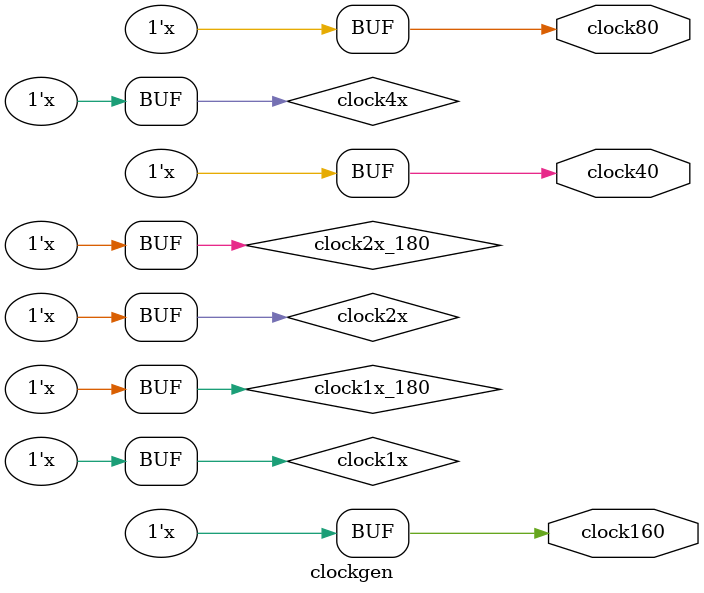
<source format=v>
`timescale 1ns / 100 ps

module clockgen (
  output clock40,
  output clock80,
  output clock160
);

// LHC Clock
reg clock1x = 0;
reg clock1x_180=0;
reg clock2x_180=0;

wire   clock2x      = clock1x ^ clock1x_180;
wire   clock4x      = clock2x ^ clock2x_180;

always      clock1x      = #12.5 ~clock1x;
always @(*) clock1x_180  = #6.25  clock1x;
always @(*) clock2x_180  = #3.125 clock2x;


// outputs
assign clock40  = clock1x;
assign clock80  = clock2x;
assign clock160 = clock4x;

endmodule

</source>
